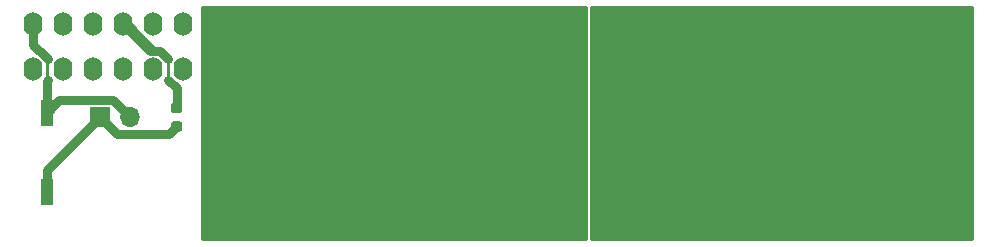
<source format=gbr>
%TF.GenerationSoftware,KiCad,Pcbnew,(5.1.6)-1*%
%TF.CreationDate,2021-12-11T15:19:36-08:00*%
%TF.ProjectId,PCB,5043422e-6b69-4636-9164-5f7063625858,rev?*%
%TF.SameCoordinates,Original*%
%TF.FileFunction,Copper,L1,Top*%
%TF.FilePolarity,Positive*%
%FSLAX46Y46*%
G04 Gerber Fmt 4.6, Leading zero omitted, Abs format (unit mm)*
G04 Created by KiCad (PCBNEW (5.1.6)-1) date 2021-12-11 15:19:36*
%MOMM*%
%LPD*%
G01*
G04 APERTURE LIST*
%TA.AperFunction,ComponentPad*%
%ADD10C,13.000000*%
%TD*%
%TA.AperFunction,ComponentPad*%
%ADD11O,1.700000X1.700000*%
%TD*%
%TA.AperFunction,ComponentPad*%
%ADD12R,1.700000X1.700000*%
%TD*%
%TA.AperFunction,ComponentPad*%
%ADD13O,1.600000X2.000000*%
%TD*%
%TA.AperFunction,SMDPad,CuDef*%
%ADD14R,1.120000X2.160000*%
%TD*%
%TA.AperFunction,ViaPad*%
%ADD15C,0.800000*%
%TD*%
%TA.AperFunction,Conductor*%
%ADD16C,0.250000*%
%TD*%
%TA.AperFunction,Conductor*%
%ADD17C,0.750000*%
%TD*%
%TA.AperFunction,Conductor*%
%ADD18C,0.254000*%
%TD*%
G04 APERTURE END LIST*
D10*
%TO.P, ,1*%
%TO.N,GND*%
X116500000Y-81000000D03*
%TD*%
%TO.P, ,1*%
%TO.N,+12V*%
X149500000Y-81000000D03*
%TD*%
D11*
%TO.P,JP1,2*%
%TO.N,Net-(J1-Pad1)*%
X94040000Y-77000000D03*
D12*
%TO.P,JP1,1*%
%TO.N,Net-(JP1-Pad1)*%
X91500000Y-77000000D03*
%TD*%
D13*
%TO.P,J1,32*%
%TO.N,+12V*%
X164600000Y-69155000D03*
%TO.P,J1,33*%
X164600000Y-72965000D03*
%TO.P,J1,31*%
X162060000Y-69155000D03*
%TO.P,J1,34*%
X162060000Y-72965000D03*
%TO.P,J1,30*%
X159520000Y-69155000D03*
%TO.P,J1,35*%
X159520000Y-72965000D03*
%TO.P,J1,29*%
X156980000Y-69155000D03*
%TO.P,J1,36*%
X156980000Y-72965000D03*
%TO.P,J1,28*%
X154440000Y-69155000D03*
%TO.P,J1,37*%
X154440000Y-72965000D03*
%TO.P,J1,27*%
X151900000Y-69155000D03*
%TO.P,J1,38*%
X151900000Y-72965000D03*
%TO.P,J1,26*%
X149360000Y-69155000D03*
%TO.P,J1,39*%
X149360000Y-72965000D03*
%TO.P,J1,25*%
X146820000Y-69155000D03*
%TO.P,J1,40*%
X146820000Y-72965000D03*
%TO.P,J1,24*%
X144280000Y-69155000D03*
%TO.P,J1,41*%
X144280000Y-72965000D03*
%TO.P,J1,23*%
X141740000Y-69155000D03*
%TO.P,J1,42*%
X141740000Y-72965000D03*
%TO.P,J1,22*%
X139200000Y-69155000D03*
%TO.P,J1,43*%
X139200000Y-72965000D03*
%TO.P,J1,21*%
X136660000Y-69155000D03*
%TO.P,J1,44*%
X136660000Y-72965000D03*
%TO.P,J1,20*%
X134120000Y-69155000D03*
%TO.P,J1,45*%
X134120000Y-72965000D03*
%TO.P,J1,19*%
%TO.N,GND*%
X131580000Y-69155000D03*
%TO.P,J1,46*%
X131580000Y-72965000D03*
%TO.P,J1,18*%
X129040000Y-69155000D03*
%TO.P,J1,47*%
X129040000Y-72965000D03*
%TO.P,J1,17*%
X126500000Y-69155000D03*
%TO.P,J1,48*%
X126500000Y-72965000D03*
%TO.P,J1,16*%
X123960000Y-69155000D03*
%TO.P,J1,49*%
X123960000Y-72965000D03*
%TO.P,J1,15*%
X121420000Y-69155000D03*
%TO.P,J1,50*%
X121420000Y-72965000D03*
%TO.P,J1,14*%
X118880000Y-69155000D03*
%TO.P,J1,51*%
X118880000Y-72965000D03*
%TO.P,J1,13*%
X116340000Y-69155000D03*
%TO.P,J1,52*%
X116340000Y-72965000D03*
%TO.P,J1,12*%
X113800000Y-69155000D03*
%TO.P,J1,53*%
X113800000Y-72965000D03*
%TO.P,J1,11*%
X111260000Y-69155000D03*
%TO.P,J1,54*%
X111260000Y-72965000D03*
%TO.P,J1,10*%
X108720000Y-69155000D03*
%TO.P,J1,55*%
X108720000Y-72965000D03*
%TO.P,J1,9*%
X106180000Y-69155000D03*
%TO.P,J1,56*%
X106180000Y-72965000D03*
%TO.P,J1,8*%
X103640000Y-69155000D03*
%TO.P,J1,57*%
X103640000Y-72965000D03*
%TO.P,J1,7*%
X101100000Y-69155000D03*
%TO.P,J1,58*%
X101100000Y-72965000D03*
%TO.P,J1,6*%
%TO.N,N/C*%
X98560000Y-69155000D03*
%TO.P,J1,59*%
X98560000Y-72965000D03*
%TO.P,J1,5*%
X96020000Y-69155000D03*
%TO.P,J1,60*%
X96020000Y-72965000D03*
%TO.P,J1,4*%
%TO.N,Net-(J1-Pad4)*%
X93480000Y-69155000D03*
%TO.P,J1,61*%
%TO.N,N/C*%
X93480000Y-72965000D03*
%TO.P,J1,3*%
X90940000Y-69155000D03*
%TO.P,J1,62*%
X90940000Y-72965000D03*
%TO.P,J1,2*%
X88400000Y-69155000D03*
%TO.P,J1,63*%
X88400000Y-72965000D03*
%TO.P,J1,1*%
%TO.N,Net-(J1-Pad1)*%
X85860000Y-69155000D03*
%TO.P,J1,64*%
%TO.N,N/C*%
X85860000Y-72965000D03*
%TD*%
D14*
%TO.P,SW1,2*%
%TO.N,Net-(J1-Pad1)*%
X87000000Y-76635000D03*
%TO.P,SW1,1*%
%TO.N,Net-(JP1-Pad1)*%
X87000000Y-83365000D03*
%TD*%
%TO.P,R1,2*%
%TO.N,Net-(J1-Pad4)*%
%TA.AperFunction,SMDPad,CuDef*%
G36*
G01*
X98256250Y-76650000D02*
X97743750Y-76650000D01*
G75*
G02*
X97525000Y-76431250I0J218750D01*
G01*
X97525000Y-75993750D01*
G75*
G02*
X97743750Y-75775000I218750J0D01*
G01*
X98256250Y-75775000D01*
G75*
G02*
X98475000Y-75993750I0J-218750D01*
G01*
X98475000Y-76431250D01*
G75*
G02*
X98256250Y-76650000I-218750J0D01*
G01*
G37*
%TD.AperFunction*%
%TO.P,R1,1*%
%TO.N,Net-(JP1-Pad1)*%
%TA.AperFunction,SMDPad,CuDef*%
G36*
G01*
X98256250Y-78225000D02*
X97743750Y-78225000D01*
G75*
G02*
X97525000Y-78006250I0J218750D01*
G01*
X97525000Y-77568750D01*
G75*
G02*
X97743750Y-77350000I218750J0D01*
G01*
X98256250Y-77350000D01*
G75*
G02*
X98475000Y-77568750I0J-218750D01*
G01*
X98475000Y-78006250D01*
G75*
G02*
X98256250Y-78225000I-218750J0D01*
G01*
G37*
%TD.AperFunction*%
%TD*%
D15*
%TO.N,+12V*%
X147000000Y-87000000D03*
X149000000Y-87000000D03*
X151000000Y-87000000D03*
X155000000Y-83000000D03*
X153000000Y-83000000D03*
X154000000Y-85000000D03*
X152000000Y-85000000D03*
X150000000Y-85000000D03*
X148000000Y-85000000D03*
X146000000Y-85000000D03*
X145000000Y-83000000D03*
X146000000Y-81000000D03*
X144000000Y-81000000D03*
X156000000Y-81000000D03*
X154000000Y-81000000D03*
X155000000Y-79000000D03*
X153000000Y-79000000D03*
X145000000Y-79000000D03*
X146000000Y-77000000D03*
X148000000Y-77000000D03*
X150000000Y-77000000D03*
X152000000Y-77000000D03*
X154000000Y-77000000D03*
X134000000Y-71000000D03*
X136000000Y-71000000D03*
X138000000Y-71000000D03*
X140000000Y-71000000D03*
X142000000Y-71000000D03*
X144000000Y-71000000D03*
X148000000Y-71000000D03*
X146000000Y-71000000D03*
X150000000Y-71000000D03*
X152000000Y-71000000D03*
X154000000Y-71000000D03*
X156000000Y-71000000D03*
X158000000Y-71000000D03*
X160000000Y-71000000D03*
X162000000Y-71000000D03*
X164000000Y-71000000D03*
X165000000Y-75000000D03*
X163000000Y-75000000D03*
X159000000Y-75000000D03*
X161000000Y-75000000D03*
X157000000Y-75000000D03*
X155000000Y-75000000D03*
X151000000Y-75000000D03*
X149000000Y-75000000D03*
X147000000Y-75000000D03*
X144000000Y-75000000D03*
X138000000Y-75000000D03*
X138000000Y-75000000D03*
X138000000Y-75000000D03*
X136000000Y-75000000D03*
X136000000Y-75000000D03*
X136000000Y-75000000D03*
X136000000Y-75000000D03*
X134000000Y-75000000D03*
X134000000Y-75000000D03*
X153000000Y-75000000D03*
X140000000Y-75000000D03*
X142000000Y-75000000D03*
X144000000Y-77000000D03*
X143000000Y-79000000D03*
X143000000Y-83000000D03*
X144000000Y-85000000D03*
X142000000Y-81000000D03*
X142000000Y-77000000D03*
X141000000Y-79000000D03*
X140000000Y-81000000D03*
X141000000Y-83000000D03*
X142000000Y-85000000D03*
X143000000Y-87000000D03*
X145000000Y-87000000D03*
X153000000Y-87000000D03*
X155000000Y-87000000D03*
X156000000Y-85000000D03*
X157000000Y-83000000D03*
X158000000Y-81000000D03*
X157000000Y-79000000D03*
X156000000Y-77000000D03*
%TO.N,GND*%
X119000000Y-87000000D03*
X117000000Y-87000000D03*
X115000000Y-87000000D03*
X112000000Y-85000000D03*
X114000000Y-85000000D03*
X116000000Y-85000000D03*
X118000000Y-85000000D03*
X120000000Y-85000000D03*
X121000000Y-83000000D03*
X113000000Y-83000000D03*
X111000000Y-83000000D03*
X110000000Y-81000000D03*
X112000000Y-81000000D03*
X120000000Y-81000000D03*
X122000000Y-81000000D03*
X121000000Y-79000000D03*
X111000000Y-79000000D03*
X113000000Y-79000000D03*
X112000000Y-77000000D03*
X120000000Y-77000000D03*
X118000000Y-77000000D03*
X116000000Y-77000000D03*
X114000000Y-77000000D03*
X132000000Y-71000000D03*
X130000000Y-71000000D03*
X128000000Y-71000000D03*
X126000000Y-71000000D03*
X124000000Y-71000000D03*
X122000000Y-71000000D03*
X120000000Y-71000000D03*
X118000000Y-71000000D03*
X116000000Y-71000000D03*
X114000000Y-71000000D03*
X112000000Y-71000000D03*
X110000000Y-71000000D03*
X108000000Y-71000000D03*
X101000000Y-75000000D03*
X103000000Y-75000000D03*
X105000000Y-75000000D03*
X107000000Y-75000000D03*
X109000000Y-75000000D03*
X111000000Y-75000000D03*
X113000000Y-75000000D03*
X115000000Y-75000000D03*
X117000000Y-75000000D03*
X119000000Y-75000000D03*
X122000000Y-75000000D03*
X130000000Y-75000000D03*
X132000000Y-75000000D03*
X124000000Y-75000000D03*
X126000000Y-75000000D03*
X128000000Y-75000000D03*
X106000000Y-71000000D03*
X104000000Y-71000000D03*
X102000000Y-71000000D03*
X122000000Y-77000000D03*
X123000000Y-83000000D03*
X123000000Y-79000000D03*
X122000000Y-85000000D03*
X124000000Y-81000000D03*
X110000000Y-77000000D03*
X109000000Y-79000000D03*
X108000000Y-81000000D03*
X109000000Y-83000000D03*
X110000000Y-85000000D03*
X111000000Y-87000000D03*
X113000000Y-87000000D03*
X121000000Y-87000000D03*
X124000000Y-77000000D03*
X125000000Y-79000000D03*
X126000000Y-81000000D03*
X125000000Y-83000000D03*
X124000000Y-85000000D03*
X123000000Y-87000000D03*
%TD*%
D16*
%TO.N,Net-(J1-Pad4)*%
X94001004Y-69155000D02*
X93480000Y-69155000D01*
X94105994Y-69155000D02*
X97250000Y-72299006D01*
D17*
X93480000Y-69155000D02*
X95714990Y-71389990D01*
X96589547Y-71389990D02*
X97279778Y-72080221D01*
X95714990Y-71389990D02*
X96589547Y-71389990D01*
X98000000Y-76212500D02*
X98000000Y-74549557D01*
X97300443Y-73850000D02*
X97250000Y-73850000D01*
X98000000Y-74549557D02*
X97300443Y-73850000D01*
D16*
X97250000Y-72299006D02*
X97250000Y-73850000D01*
%TO.N,Net-(J1-Pad1)*%
X85860000Y-69155000D02*
X85860000Y-70860000D01*
X85860000Y-70860000D02*
X87020000Y-72020000D01*
X87020000Y-76615000D02*
X87000000Y-76635000D01*
X87020000Y-72020000D02*
X87020000Y-76615000D01*
D17*
X92614999Y-75574999D02*
X94040000Y-77000000D01*
X88060001Y-75574999D02*
X92614999Y-75574999D01*
X87000000Y-76635000D02*
X88060001Y-75574999D01*
X86429547Y-71389990D02*
X87130000Y-72090443D01*
X86344990Y-71389990D02*
X86429547Y-71389990D01*
X85860000Y-69155000D02*
X85860000Y-70905000D01*
X85860000Y-70905000D02*
X86344990Y-71389990D01*
X87000000Y-73969557D02*
X87130000Y-73839557D01*
X87000000Y-76635000D02*
X87000000Y-73969557D01*
D16*
%TO.N,Net-(JP1-Pad1)*%
X91095000Y-76635000D02*
X91460000Y-77000000D01*
D17*
X97362499Y-78425001D02*
X98000000Y-77787500D01*
X92925001Y-78425001D02*
X97362499Y-78425001D01*
X91500000Y-77000000D02*
X92925001Y-78425001D01*
X87000000Y-81500000D02*
X91500000Y-77000000D01*
X87000000Y-83365000D02*
X87000000Y-81500000D01*
%TD*%
D18*
%TO.N,GND*%
G36*
X132623000Y-87315000D02*
G01*
X100127000Y-87315000D01*
X100127000Y-67685000D01*
X132623000Y-67685000D01*
X132623000Y-87315000D01*
G37*
X132623000Y-87315000D02*
X100127000Y-87315000D01*
X100127000Y-67685000D01*
X132623000Y-67685000D01*
X132623000Y-87315000D01*
%TO.N,+12V*%
G36*
X165315001Y-87315000D02*
G01*
X133127000Y-87315000D01*
X133127000Y-67685000D01*
X165315000Y-67685000D01*
X165315001Y-87315000D01*
G37*
X165315001Y-87315000D02*
X133127000Y-87315000D01*
X133127000Y-67685000D01*
X165315000Y-67685000D01*
X165315001Y-87315000D01*
%TD*%
M02*

</source>
